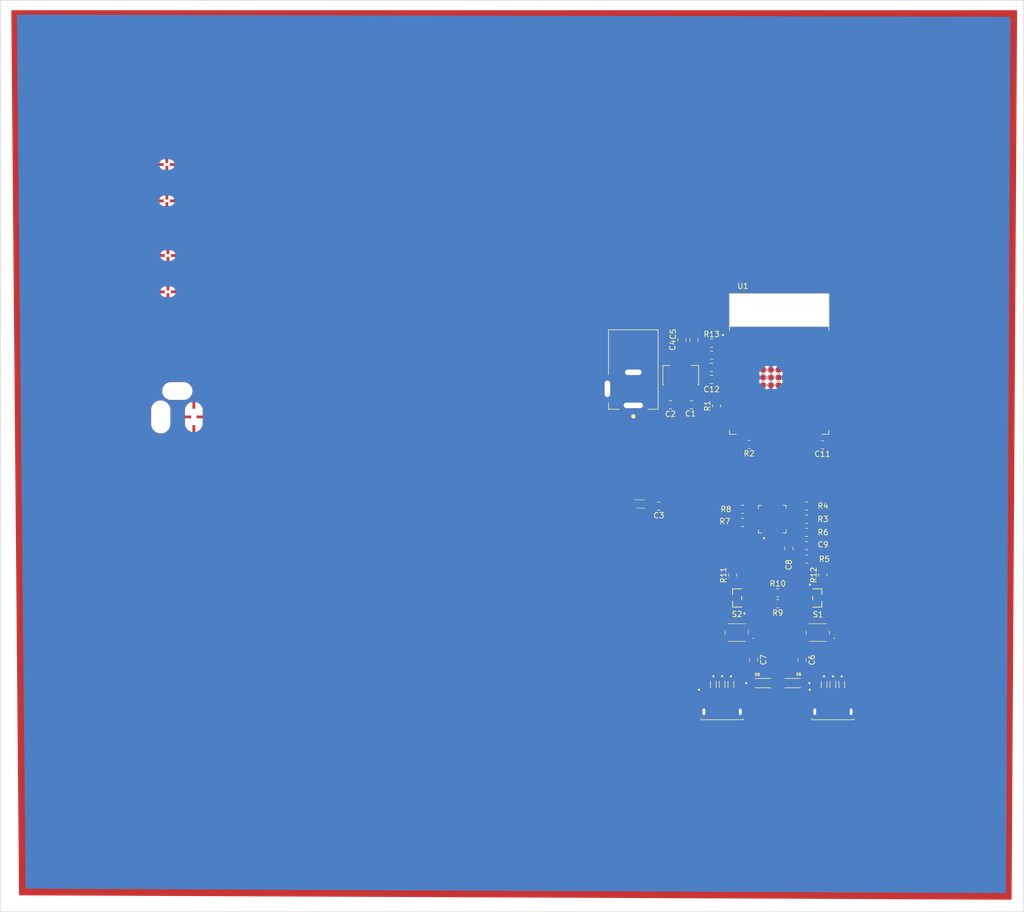
<source format=kicad_pcb>
(kicad_pcb (version 20221018) (generator pcbnew)
  (layers (0 "F.Cu" signal) (31 "B.Cu" signal) (34 "B.Paste" user) (35 "F.Paste" user) (36 "B.SilkS" user "B.Silkscreen") (37 "F.SilkS" user "F.Silkscreen") (38 "B.Mask" user) (39 "F.Mask" user) (44 "Edge.Cuts" user))
  (net 0 "")
  (net 1 "+12V")
  (net 2 "GND")
  (net 3 "+3.3V")
  (net 4 "Net-(C6-Pad1)")
  (net 5 "Net-(C7-Pad1)")
  (net 6 "Net-(U4-VBUS)")
  (net 7 "CHIP_PU")
  (net 8 "IO0")
  (net 9 "USB_DP")
  (net 10 "USB_DN")
  (net 11 "IO20")
  (net 12 "IO19")
  (net 13 "VBUS")
  (net 17 "Net-(U1-IO8)")
  (net 18 "Net-(U1-IO9)")
  (net 19 "Net-(U4-~{RST})")
  (net 20 "Net-(U4-~{SUSPEND})")
  (net 21 "Net-(U4-TXD)")
  (net 22 "U0RXD")
  (net 23 "Net-(U4-RXD)")
  (net 24 "U0TXD")
  (net 25 "DTR")
  (net 26 "Net-(U5-BASE)")
  (net 27 "RTS")
  (net 28 "Net-(U6-BASE)")
  (net 29 "Net-(U5-COLLECTOR)")
  (net 30 "Net-(U6-COLLECTOR)")
  (net 31 "ESP_3V3")
  (footprint "Resistor_SMD:R_0805_2012Metric_Pad1.20x1.40mm_HandSolder" (layer "F.Cu") (at 120.6 87.35 180)
    (fp_text reference "R7" (at 3.2 0.2) (layer "F.SilkS"))
    (fp_text value "0" hide)
    (fp_line (start -0.227064 -0.735) (end 0.227064 -0.735) (stroke (width 0.12)) (layer "F.SilkS"))
    (fp_line (start -0.227064 0.735) (end 0.227064 0.735) (stroke (width 0.12)) (layer "F.SilkS"))
    (pad "1" smd roundrect (at -1 0 180) (size 1.2 1.4) (layers "F.Cu" "F.Paste" "F.Mask") (roundrect_rratio 0.208333) (net 21 "Net-(U4-TXD)"))
    (pad "2" smd roundrect (at 1 0 180) (size 1.2 1.4) (layers "F.Cu" "F.Paste" "F.Mask") (roundrect_rratio 0.208333) (net 22 "U0RXD"))
  )
  (footprint "ECE445:SOT-23_ONS" (layer "F.Cu") (at 119.6348 101.0475 90)
    (fp_text reference "U5" hide)
    (fp_text value "L8050QLT1G" hide)
    (fp_line (start -1.651 -0.8255) (end -1.651 0.8255) (stroke (width 0.1524)) (layer "F.SilkS"))
    (fp_line (start -0.61214 -0.8255) (end -1.651 -0.8255) (stroke (width 0.1524)) (layer "F.SilkS"))
    (fp_line (start -0.34036 0.8255) (end 0.34036 0.8255) (stroke (width 0.1524)) (layer "F.SilkS"))
    (fp_line (start 1.651 -0.8255) (end 0.61214 -0.8255) (stroke (width 0.1524)) (layer "F.SilkS"))
    (fp_line (start 1.651 0.8255) (end 1.651 -0.8255) (stroke (width 0.1524)) (layer "F.SilkS"))
    (fp_circle (center -2.794 1.3208) (end -2.667 1.3208) (stroke (width 0.1524)) (fill none) (layer "F.SilkS"))
    (pad "1" smd rect (at -0.9525 0.9652 90) (size 0.5588 1.4224) (layers "F.Cu" "F.Paste" "F.Mask") (net 26 "Net-(U5-BASE)"))
    (pad "2" smd rect (at 0.9525 0.9652 90) (size 0.5588 1.4224) (layers "F.Cu" "F.Paste" "F.Mask") (net 27 "RTS"))
    (pad "3" smd rect (at 0 -0.9652 90) (size 0.5588 1.4224) (layers "F.Cu" "F.Paste" "F.Mask") (net 29 "Net-(U5-COLLECTOR)"))
  )
  (footprint "Capacitor_SMD:C_0805_2012Metric_Pad1.18x1.45mm_HandSolder" (layer "F.Cu") (at 129 92.0375 -90)
    (fp_text reference "C8" (at 3 0 90) (layer "F.SilkS"))
    (fp_text value "10uF" hide)
    (fp_line (start -0.261252 -0.735) (end 0.261252 -0.735) (stroke (width 0.12)) (layer "F.SilkS"))
    (fp_line (start -0.261252 0.735) (end 0.261252 0.735) (stroke (width 0.12)) (layer "F.SilkS"))
    (pad "1" smd roundrect (at -1.0375 0 270) (size 1.175 1.45) (layers "F.Cu" "F.Paste" "F.Mask") (roundrect_rratio 0.212766) (net 3 "+3.3V"))
    (pad "2" smd roundrect (at 1.0375 0 270) (size 1.175 1.45) (layers "F.Cu" "F.Paste" "F.Mask") (roundrect_rratio 0.212766) (net 2 "GND"))
  )
  (footprint "Resistor_SMD:R_0805_2012Metric_Pad1.20x1.40mm_HandSolder" (layer "F.Cu") (at 132.2 89.15 180)
    (fp_text reference "R6" (at -3 0) (layer "F.SilkS"))
    (fp_text value "47500" hide)
    (fp_line (start -0.227064 -0.735) (end 0.227064 -0.735) (stroke (width 0.12)) (layer "F.SilkS"))
    (fp_line (start -0.227064 0.735) (end 0.227064 0.735) (stroke (width 0.12)) (layer "F.SilkS"))
    (pad "1" smd roundrect (at -1 0 180) (size 1.2 1.4) (layers "F.Cu" "F.Paste" "F.Mask") (roundrect_rratio 0.208333) (net 2 "GND"))
    (pad "2" smd roundrect (at 1 0 180) (size 1.2 1.4) (layers "F.Cu" "F.Paste" "F.Mask") (roundrect_rratio 0.208333) (net 6 "Net-(U4-VBUS)"))
  )
  (footprint "ECE445:SOT-23_ONS" (layer "F.Cu") (at 134.1652 101.0475 -90)
    (fp_text reference "U6" hide)
    (fp_text value "L8050QLT1G" hide)
    (fp_line (start -1.651 -0.8255) (end -1.651 0.8255) (stroke (width 0.1524)) (layer "F.SilkS"))
    (fp_line (start -0.61214 -0.8255) (end -1.651 -0.8255) (stroke (width 0.1524)) (layer "F.SilkS"))
    (fp_line (start -0.34036 0.8255) (end 0.34036 0.8255) (stroke (width 0.1524)) (layer "F.SilkS"))
    (fp_line (start 1.651 -0.8255) (end 0.61214 -0.8255) (stroke (width 0.1524)) (layer "F.SilkS"))
    (fp_line (start 1.651 0.8255) (end 1.651 -0.8255) (stroke (width 0.1524)) (layer "F.SilkS"))
    (fp_circle (center -2.4 1.3208) (end -2.273 1.3208) (stroke (width 0.1524)) (fill none) (layer "F.SilkS"))
    (pad "1" smd rect (at -0.9525 0.9652 270) (size 0.5588 1.4224) (layers "F.Cu" "F.Paste" "F.Mask") (net 28 "Net-(U6-BASE)"))
    (pad "2" smd rect (at 0.9525 0.9652 270) (size 0.5588 1.4224) (layers "F.Cu" "F.Paste" "F.Mask") (net 25 "DTR"))
    (pad "3" smd rect (at 0 -0.9652 270) (size 0.5588 1.4224) (layers "F.Cu" "F.Paste" "F.Mask") (net 30 "Net-(U6-COLLECTOR)"))
  )
  (footprint "Resistor_SMD:R_0805_2012Metric_Pad1.20x1.40mm_HandSolder" (layer "F.Cu") (at 115 54.8 180)
    (fp_text reference "R13" (at 0 1.6) (layer "F.SilkS"))
    (fp_text value "0" hide)
    (fp_line (start -0.227064 -0.735) (end 0.227064 -0.735) (stroke (width 0.12)) (layer "F.SilkS"))
    (fp_line (start -0.227064 0.735) (end 0.227064 0.735) (stroke (width 0.12)) (layer "F.SilkS"))
    (pad "1" smd roundrect (at -1 0 180) (size 1.2 1.4) (layers "F.Cu" "F.Paste" "F.Mask") (roundrect_rratio 0.208333) (net 31 "ESP_3V3"))
    (pad "2" smd roundrect (at 1 0 180) (size 1.2 1.4) (layers "F.Cu" "F.Paste" "F.Mask") (roundrect_rratio 0.208333) (net 3 "+3.3V"))
  )
  (footprint "ECE445:PTS815 SJG 250 SMTR LFS" (layer "F.Cu") (at 134.25 107.325 180)
    (fp_text reference "S1" (at -0.05 3.275) (layer "F.SilkS"))
    (fp_text value "PTS815_SJG_250_SMTR_LFS" hide)
    (fp_line (start -2.1 -0.4) (end -2.1 0.4) (stroke (width 0.1)) (layer "F.SilkS"))
    (fp_line (start -1.6 -1.6) (end 1.6 -1.6) (stroke (width 0.1)) (layer "F.SilkS"))
    (fp_line (start 1.6 1.6) (end -1.6 1.6) (stroke (width 0.1)) (layer "F.SilkS"))
    (fp_line (start 2.1 -0.4) (end 2.1 0.4) (stroke (width 0.1)) (layer "F.SilkS"))
    (fp_arc (start -3 -1.1) (mid -2.95 -1.05) (end -3 -1) (stroke (width 0.1)) (layer "F.SilkS"))
    (fp_arc (start -3 -1) (mid -3.05 -1.05) (end -3 -1.1) (stroke (width 0.1)) (layer "F.SilkS"))
    (pad "1" smd rect (at -2.25 -1.075 180) (size 1 0.7) (layers "F.Cu" "F.Paste" "F.Mask") (net 2 "GND"))
    (pad "2" smd rect (at 2.25 -1.075 180) (size 1 0.7) (layers "F.Cu" "F.Paste" "F.Mask"))
    (pad "3" smd rect (at -2.25 1.075 180) (size 1 0.7) (layers "F.Cu" "F.Paste" "F.Mask"))
    (pad "4" smd rect (at 2.25 1.075 180) (size 1 0.7) (layers "F.Cu" "F.Paste" "F.Mask") (net 8 "IO0"))
  )
  (footprint "Capacitor_SMD:C_0805_2012Metric_Pad1.18x1.45mm_HandSolder" (layer "F.Cu") (at 111.375 66)
    (fp_text reference "C1" (at -0.2 1.6) (layer "F.SilkS"))
    (fp_text value "1uF" hide)
    (fp_line (start -0.261252 -0.735) (end 0.261252 -0.735) (stroke (width 0.12)) (layer "F.SilkS"))
    (fp_line (start -0.261252 0.735) (end 0.261252 0.735) (stroke (width 0.12)) (layer "F.SilkS"))
    (pad "1" smd roundrect (at -1.0375 0) (size 1.175 1.45) (layers "F.Cu" "F.Paste" "F.Mask") (roundrect_rratio 0.212766) (net 1 "+12V"))
    (pad "2" smd roundrect (at 1.0375 0) (size 1.175 1.45) (layers "F.Cu" "F.Paste" "F.Mask") (roundrect_rratio 0.212766) (net 2 "GND"))
  )
  (footprint "Resistor_SMD:R_0805_2012Metric_Pad1.20x1.40mm_HandSolder" (layer "F.Cu") (at 115.89 66.2 90)
    (fp_text reference "R1" (at 0 -1.65 90) (layer "F.SilkS"))
    (fp_text value "10000" hide)
    (fp_line (start -0.227064 -0.735) (end 0.227064 -0.735) (stroke (width 0.12)) (layer "F.SilkS"))
    (fp_line (start -0.227064 0.735) (end 0.227064 0.735) (stroke (width 0.12)) (layer "F.SilkS"))
    (pad "1" smd roundrect (at -1 0 90) (size 1.2 1.4) (layers "F.Cu" "F.Paste" "F.Mask") (roundrect_rratio 0.208333) (net 17 "Net-(U1-IO8)"))
    (pad "2" smd roundrect (at 1 0 90) (size 1.2 1.4) (layers "F.Cu" "F.Paste" "F.Mask") (roundrect_rratio 0.208333) (net 3 "+3.3V"))
  )
  (footprint "ECE445:LDL1117S33R-SnapEDA" (layer "F.Cu") (at 109.4 60.615 90)
    (fp_text reference "U2" hide)
    (fp_text value "LDL1117S33R-SnapEDA" hide)
    (fp_line (start -1.75 -3.25) (end -1.75 -3.085) (stroke (width 0.127)) (layer "F.SilkS"))
    (fp_line (start -1.75 3.25) (end -1.75 3.085) (stroke (width 0.127)) (layer "F.SilkS"))
    (fp_line (start -1.75 3.25) (end 1.75 3.25) (stroke (width 0.127)) (layer "F.SilkS"))
    (fp_line (start 1.75 -3.25) (end -1.75 -3.25) (stroke (width 0.127)) (layer "F.SilkS"))
    (fp_line (start 1.75 -1.935) (end 1.75 -3.25) (stroke (width 0.127)) (layer "F.SilkS"))
    (fp_line (start 1.75 3.25) (end 1.75 1.935) (stroke (width 0.127)) (layer "F.SilkS"))
    (pad "1" smd roundrect (at -3.015 -2.3 90) (size 1.98 0.93) (layers "F.Cu" "F.Paste" "F.Mask") (roundrect_rratio 0.12) (net 2 "GND"))
    (pad "2" smd roundrect (at -3.015 0 90) (size 1.98 0.93) (layers "F.Cu" "F.Paste" "F.Mask") (roundrect_rratio 0.12) (net 3 "+3.3V"))
    (pad "3" smd roundrect (at -3.015 2.3 90) (size 1.98 0.93) (layers "F.Cu" "F.Paste" "F.Mask") (roundrect_rratio 0.12) (net 1 "+12V"))
    (pad "4" smd roundrect (at 3.015 0 90) (size 1.98 3.23) (layers "F.Cu" "F.Paste" "F.Mask") (roundrect_rratio 0.4) (net 3 "+3.3V"))
  )
  (footprint "Capacitor_SMD:C_0805_2012Metric_Pad1.18x1.45mm_HandSolder" (layer "F.Cu") (at 114.9625 59.2 180)
    (fp_text reference "C10" hide)
    (fp_text value "1uF" hide)
    (fp_line (start -0.261252 -0.735) (end 0.261252 -0.735) (stroke (width 0.12)) (layer "F.SilkS"))
    (fp_line (start -0.261252 0.735) (end 0.261252 0.735) (stroke (width 0.12)) (layer "F.SilkS"))
    (pad "1" smd roundrect (at -1.0375 0 180) (size 1.175 1.45) (layers "F.Cu" "F.Paste" "F.Mask") (roundrect_rratio 0.212766) (net 7 "CHIP_PU"))
    (pad "2" smd roundrect (at 1.0375 0 180) (size 1.175 1.45) (layers "F.Cu" "F.Paste" "F.Mask") (roundrect_rratio 0.212766) (net 2 "GND"))
  )
  (footprint "Capacitor_SMD:C_0805_2012Metric_Pad1.18x1.45mm_HandSolder" (layer "F.Cu") (at 107.5375 66 180)
    (fp_text reference "C2" (at 0 -1.68) (layer "F.SilkS"))
    (fp_text value "4.7uF" hide)
    (fp_line (start -0.261252 -0.735) (end 0.261252 -0.735) (stroke (width 0.12)) (layer "F.SilkS"))
    (fp_line (start -0.261252 0.735) (end 0.261252 0.735) (stroke (width 0.12)) (layer "F.SilkS"))
    (pad "1" smd roundrect (at -1.0375 0 180) (size 1.175 1.45) (layers "F.Cu" "F.Paste" "F.Mask") (roundrect_rratio 0.212766) (net 3 "+3.3V"))
    (pad "2" smd roundrect (at 1.0375 0 180) (size 1.175 1.45) (layers "F.Cu" "F.Paste" "F.Mask") (roundrect_rratio 0.212766) (net 2 "GND"))
  )
  (footprint "ECE445:LESD5D5_0CT1G" (layer "F.Cu") (at 138.6 116.76 -90)
    (fp_text reference "D1" hide)
    (fp_text value "LESD5D5.0CT1G" hide)
    (fp_line (start -0.6 -0.52) (end 0.6 -0.52) (stroke (width 0.127)) (layer "F.SilkS"))
    (fp_line (start 0.6 0.52) (end -0.6 0.52) (stroke (width 0.127)) (layer "F.SilkS"))
    (fp_circle (center -1.5 0) (end -1.4 0) (stroke (width 0.2)) (fill none) (layer "F.SilkS"))
    (pad "1" smd rect (at -0.66 0 270) (size 0.48 0.4) (layers "F.Cu" "F.Paste" "F.Mask") (net 2 "GND"))
    (pad "2" smd rect (at 0.66 0 270) (size 0.48 0.4) (layers "F.Cu" "F.Paste" "F.Mask") (net 9 "USB_DP"))
  )
  (footprint "Resistor_SMD:R_0805_2012Metric_Pad1.20x1.40mm_HandSolder" (layer "F.Cu") (at 132.2 86.75 180)
    (fp_text reference "R3" (at -3 0) (layer "F.SilkS"))
    (fp_text value "1000" hide)
    (fp_line (start -0.227064 -0.735) (end 0.227064 -0.735) (stroke (width 0.12)) (layer "F.SilkS"))
    (fp_line (start -0.227064 0.735) (end 0.227064 0.735) (stroke (width 0.12)) (layer "F.SilkS"))
    (pad "1" smd roundrect (at -1 0 180) (size 1.2 1.4) (layers "F.Cu" "F.Paste" "F.Mask") (roundrect_rratio 0.208333) (net 3 "+3.3V"))
    (pad "2" smd roundrect (at 1 0 180) (size 1.2 1.4) (layers "F.Cu" "F.Paste" "F.Mask") (roundrect_rratio 0.208333) (net 19 "Net-(U4-~{RST})"))
  )
  (footprint "ECE445:PTS815 SJG 250 SMTR LFS" (layer "F.Cu") (at 119.55 107.325 180)
    (fp_text reference "S2" (at -0.05 3.325) (layer "F.SilkS"))
    (fp_text value "PTS815_SJG_250_SMTR_LFS" hide)
    (fp_line (start -2.1 -0.4) (end -2.1 0.4) (stroke (width 0.1)) (layer "F.SilkS"))
    (fp_line (start -1.6 -1.6) (end 1.6 -1.6) (stroke (width 0.1)) (layer "F.SilkS"))
    (fp_line (start 1.6 1.6) (end -1.6 1.6) (stroke (width 0.1)) (layer "F.SilkS"))
    (fp_line (start 2.1 -0.4) (end 2.1 0.4) (stroke (width 0.1)) (layer "F.SilkS"))
    (fp_arc (start -3 -1.1) (mid -2.95 -1.05) (end -3 -1) (stroke (width 0.1)) (layer "F.SilkS"))
    (fp_arc (start -3 -1) (mid -3.05 -1.05) (end -3 -1.1) (stroke (width 0.1)) (layer "F.SilkS"))
    (pad "1" smd rect (at -2.25 -1.075 180) (size 1 0.7) (layers "F.Cu" "F.Paste" "F.Mask") (net 2 "GND"))
    (pad "2" smd rect (at 2.25 -1.075 180) (size 1 0.7) (layers "F.Cu" "F.Paste" "F.Mask"))
    (pad "3" smd rect (at -2.25 1.075 180) (size 1 0.7) (layers "F.Cu" "F.Paste" "F.Mask"))
    (pad "4" smd rect (at 2.25 1.075 180) (size 1 0.7) (layers "F.Cu" "F.Paste" "F.Mask") (net 7 "CHIP_PU"))
  )
  (footprint "ECE445:ESP32-S3-WROOM-1-N8-SnapEDA" (layer "F.Cu") (at 127.25 58.59)
    (fp_text reference "U1" (at -6.575 -14.135) (layer "F.SilkS"))
    (fp_text value "ESP32-S3-WROOM-1-N8" hide)
    (fp_line (start -9 -12.75) (end 9 -12.75) (stroke (width 0.127)) (layer "F.SilkS"))
    (fp_line (start -9 -6.03) (end -9 -12.75) (stroke (width 0.127)) (layer "F.SilkS"))
    (fp_line (start -9 12.02) (end -9 12.75) (stroke (width 0.127)) (layer "F.SilkS"))
    (fp_line (start -9 12.75) (end -7.755 12.75) (stroke (width 0.127)) (layer "F.SilkS"))
    (fp_line (start 9 -12.75) (end 9 -6.03) (stroke (width 0.127)) (layer "F.SilkS"))
    (fp_line (start 9 12.02) (end 9 12.75) (stroke (width 0.127)) (layer "F.SilkS"))
    (fp_line (start 9 12.75) (end 7.755 12.75) (stroke (width 0.127)) (layer "F.SilkS"))
    (fp_circle (center -10.2 -5.26) (end -10.1 -5.26) (stroke (width 0.2)) (fill none) (layer "F.SilkS"))
    (pad "1" smd rect (at -8.75 -5.26) (size 1.5 0.9) (layers "F.Cu" "F.Paste" "F.Mask") (net 2 "GND"))
    (pad "2" smd rect (at -8.75 -3.99) (size 1.5 0.9) (layers "F.Cu" "F.Paste" "F.Mask") (net 31 "ESP_3V3"))
    (pad "3" smd rect (at -8.75 -2.72) (size 1.5 0.9) (layers "F.Cu" "F.Paste" "F.Mask") (net 7 "CHIP_PU"))
    (pad "4" smd rect (at -8.75 -1.45) (size 1.5 0.9) (layers "F.Cu" "F.Paste" "F.Mask"))
    (pad "5" smd rect (at -8.75 -0.18) (size 1.5 0.9) (layers "F.Cu" "F.Paste" "F.Mask"))
    (pad "6" smd rect (at -8.75 1.09) (size 1.5 0.9) (layers "F.Cu" "F.Paste" "F.Mask"))
    (pad "7" smd rect (at -8.75 2.36) (size 1.5 0.9) (layers "F.Cu" "F.Paste" "F.Mask"))
    (pad "8" smd rect (at -8.75 3.63) (size 1.5 0.9) (layers "F.Cu" "F.Paste" "F.Mask"))
    (pad "9" smd rect (at -8.75 4.9) (size 1.5 0.9) (layers "F.Cu" "F.Paste" "F.Mask"))
    (pad "10" smd rect (at -8.75 6.17) (size 1.5 0.9) (layers "F.Cu" "F.Paste" "F.Mask"))
    (pad "11" smd rect (at -8.75 7.44) (size 1.5 0.9) (layers "F.Cu" "F.Paste" "F.Mask"))
    (pad "12" smd rect (at -8.75 8.71) (size 1.5 0.9) (layers "F.Cu" "F.Paste" "F.Mask") (net 17 "Net-(U1-IO8)"))
    (pad "13" smd rect (at -8.75 9.98) (size 1.5 0.9) (layers "F.Cu" "F.Paste" "F.Mask") (net 12 "IO19"))
    (pad "14" smd rect (at -8.75 11.25) (size 1.5 0.9) (layers "F.Cu" "F.Paste" "F.Mask") (net 11 "IO20"))
    (pad "15" smd rect (at -6.985 12.5) (size 0.9 1.5) (layers "F.Cu" "F.Paste" "F.Mask"))
    (pad "16" smd rect (at -5.715 12.5) (size 0.9 1.5) (layers "F.Cu" "F.Paste" "F.Mask"))
    (pad "17" smd rect (at -4.445 12.5) (size 0.9 1.5) (layers "F.Cu" "F.Paste" "F.Mask") (net 18 "Net-(U1-IO9)"))
    (pad "18" smd rect (at -3.175 12.5) (size 0.9 1.5) (layers "F.Cu" "F.Paste" "F.Mask"))
    (pad "19" smd rect (at -1.905 12.5) (size 0.9 1.5) (layers "F.Cu" "F.Paste" "F.Mask"))
    (pad "20" smd rect (at -0.635 12.5) (size 0.9 1.5) (layers "F.Cu" "F.Paste" "F.Mask"))
    (pad "21" smd rect (at 0.635 12.5) (size 0.9 1.5) (layers "F.Cu" "F.Paste" "F.Mask"))
    (pad "22" smd rect (at 1.905 12.5) (size 0.9 1.5) (layers "F.Cu" "F.Paste" "F.Mask"))
    (pad "23" smd rect (at 3.175 12.5) (size 0.9 1.5) (layers "F.Cu" "F.Paste" "F.Mask"))
    (pad "24" smd rect (at 4.445 12.5) (size 0.9 1.5) (layers "F.Cu" "F.Paste" "F.Mask"))
    (pad "25" smd rect (at 5.715 12.5) (size 0.9 1.5) (layers "F.Cu" "F.Paste" "F.Mask"))
    (pad "26" smd rect (at 6.985 12.5) (size 0.9 1.5) (layers "F.Cu" "F.Paste" "F.Mask"))
    (pad "27" smd rect (at 8.75 11.25) (size 1.5 0.9) (layers "F.Cu" "F.Paste" "F.Mask") (net 8 "IO0"))
    (pad "28" smd rect (at 8.75 9.98) (size 1.5 0.9) (layers "F.Cu" "F.Paste" "F.Mask"))
    (pad "29" smd rect (at 8.75 8.71) (size 1.5 0.9) (layers "F.Cu" "F.Paste" "F.Mask"))
    (pad "30" smd rect (at 8.75 7.44) (size 1.5 0.9) (layers "F.Cu" "F.Paste" "F.Mask"))
    (pad "31" smd rect (at 8.75 6.17) (size 1.5 0.9) (layers "F.Cu" "F.Paste" "F.Mask"))
    (pad "32" smd rect (at 8.75 4.9) (size 1.5 0.9) (layers "F.Cu" "F.Paste" "F.Mask"))
    (pad "33" smd rect (at 8.75 3.63) (size 1.5 0.9) (layers "F.Cu" "F.Paste" "F.Mask"))
    (pad "34" smd rect (at 8.75 2.36) (size 1.5 0.9) (layers "F.Cu" "F.Paste" "F.Mask"))
    (pad "35" smd rect (at 8.75 1.09) (size 1.5 0.9) (layers "F.Cu" "F.Paste" "F.Mask"))
    (pad "36" smd rect (at 8.75 -0.18) (size 1.5 0.9) (layers "F.Cu" "F.Paste" "F.Mask") (net 22 "U0RXD"))
    (pad "37" smd rect (at 8.75 -1.45) (size 1.5 0.9) (layers "F.Cu" "F.Paste" "F.Mask") (net 24 "U0TXD"))
    (pad "38" smd rect (at 8.75 -2.72) (size 1.5 0.9) (layers "F.Cu" "F.Paste" "F.Mask"))
    (pad "39" smd rect (at 8.75 -3.99) (size 1.5 0.9) (layers "F.Cu" "F.Paste" "F.Mask"))
    (pad "40" smd rect (at 8.75 -5.26) (size 1.5 0.9) (layers "F.Cu" "F.Paste" "F.Mask") (net 2 "GND"))
    (pad "41_1" smd rect (at -1.5 2.46) (size 0.9 0.9) (layers "F.Cu" "F.Paste" "F.Mask") (net 2 "GND"))
    (pad "41_2" smd rect (at -2.9 2.46) (size 0.9 0.9) (layers "F.Cu" "F.Paste" "F.Mask") (net 2 "GND"))
    (pad "41_3" smd rect (at -0.1 2.46) (size 0.9 0.9) (layers "F.Cu" "F.Paste" "F.Mask") (net 2 "GND"))
    (pad "41_4" smd rect (at -2.9 3.86) (size 0.9 0.9) (layers "F.Cu" "F.Paste" "F.Mask") (net 2 "GND"))
    (pad "41_5" smd rect (at -1.5 3.86) (size 0.9 0.9) (layers "F.Cu" "F.Paste" "F.Mask") (net 2 "GND"))
    (pad "41_6" smd rect (at -0.1 3.86) (size 0.9 0.9) (layers "F.Cu" "F.Paste" "F.Mask") (net 2 "GND"))
    (pad "41_7" smd rect (at -2.9 1.06) (size 0.9 0.9) (layers "F.Cu" "F.Paste" "F.Mask") (net 2 "GND"))
    (pad "41_8" smd rect (at -1.5 1.06) (size 0.9 0.9) (layers "F.Cu" "F.Paste" "F.Mask") (net 2 "GND"))
    (pad "41_9" smd rect (at -0.1 1.06) (size 0.9 0.9) (layers "F.Cu" "F.Paste" "F.Mask") (net 2 "GND"))
    (pad "41_10" thru_hole circle (at -1.5 1.76) (size 0.4 0.4) (drill 0.2) (layers "*.Cu"))
    (pad "41_11" thru_hole circle (at -2.9 1.76) (size 0.4 0.4) (drill 0.2) (layers "*.Cu"))
    (pad "41_12" thru_hole circle (at -0.1 1.76) (size 0.4 0.4) (drill 0.2) (layers "*.Cu"))
    (pad "41_13" thru_hole circle (at -2.9 3.16) (size 0.4 0.4) (drill 0.2) (layers "*.Cu"))
    (pad "41_14" thru_hole circle (at -1.5 3.16) (size 0.4 0.4) (drill 0.2) (layers "*.Cu"))
    (pad "41_15" thru_hole circle (at -0.1 3.16) (size 0.4 0.4) (drill 0.2) (layers "*.Cu"))
    (pad "41_16" thru_hole circle (at -2.2 1.06) (size 0.4 0.4) (drill 0.2) (layers "*.Cu"))
    (pad "41_17" thru_hole circle (at -0.8 1.06) (size 0.4 0.4) (drill 0.2) (layers "*.Cu"))
    (pad "41_18" thru_hole circle (at -2.2 2.46) (size 0.4 0.4) (drill 0.2) (layers "*.Cu"))
    (pad "41_19" thru_hole circle (at -0.8 2.46) (size 0.4 0.4) (drill 0.2) (layers "*.Cu"))
    (pad "41_20" thru_hole circle (at -2.2 3.86) (size 0.4 0.4) (drill 0.2) (layers "*.Cu"))
    (pad "41_21" thru_hole circle (at -0.8 3.86) (size 0.4 0.4) (drill 0.2) (layers "*.Cu"))
    (zone (net 0) (net_name "") (layer "F.Cu") (connect_pads (clearance 0)) (min_thickness 0.01)
      (keepout (tracks not_allowed) (vias not_allowed) (pads not_allowed) (copperpour not_allowed) (footprints allowed))
      (fill (thermal_gap 0.508) (thermal_bridge_width 0.508))
      (polygon (pts (xy 118.25 45.84) (xy 136.25 45.84) (xy 136.25 51.84) (xy 118.25 51.84)))
    )
    (zone (net 0) (net_name "") (layer "B.Cu") (connect_pads (clearance 0)) (min_thickness 0.01)
      (keepout (tracks not_allowed) (vias not_allowed) (pads not_allowed) (copperpour not_allowed) (footprints allowed))
      (fill (thermal_gap 0.508) (thermal_bridge_width 0.508))
      (polygon (pts (xy 118.25 45.84) (xy 136.25 45.84) (xy 136.25 51.84) (xy 118.25 51.84)))
    )
  )
  (footprint "Resistor_SMD:R_0805_2012Metric_Pad1.20x1.40mm_HandSolder" (layer "F.Cu") (at 127 100.1)
    (fp_text reference "R10" (at 0 -1.65) (layer "F.SilkS"))
    (fp_text value "10000" hide)
    (fp_line (start -0.227064 -0.735) (end 0.227064 -0.735) (stroke (width 0.12)) (layer "F.SilkS"))
    (fp_line (start -0.227064 0.735) (end 0.227064 0.735) (stroke (width 0.12)) (layer "F.SilkS"))
    (pad "1" smd roundrect (at -1 0) (size 1.2 1.4) (layers "F.Cu" "F.Paste" "F.Mask") (roundrect_rratio 0.208333) (net 27 "RTS"))
    (pad "2" smd roundrect (at 1 0) (size 1.2 1.4) (layers "F.Cu" "F.Paste" "F.Mask") (roundrect_rratio 0.208333) (net 28 "Net-(U6-BASE)"))
  )
  (footprint "Capacitor_SMD:C_0805_2012Metric_Pad1.18x1.45mm_HandSolder" (layer "F.Cu") (at 109.6 54.2 90)
    (fp_text reference "C4" (at -1 -1.68 90) (layer "F.SilkS"))
    (fp_text value "10uF" hide)
    (fp_line (start -0.261252 -0.735) (end 0.261252 -0.735) (stroke (width 0.12)) (layer "F.SilkS"))
    (fp_line (start -0.261252 0.735) (end 0.261252 0.735) (stroke (width 0.12)) (layer "F.SilkS"))
    (pad "1" smd roundrect (at -1.0375 0 90) (size 1.175 1.45) (layers "F.Cu" "F.Paste" "F.Mask") (roundrect_rratio 0.212766) (net 3 "+3.3V"))
    (pad "2" smd roundrect (at 1.0375 0 90) (size 1.175 1.45) (layers "F.Cu" "F.Paste" "F.Mask") (roundrect_rratio 0.212766) (net 2 "GND"))
  )
  (footprint "ECE445:PJ-202AH" (layer "F.Cu") (at 100.8 59.6 90)
    (fp_text reference "J1" hide)
    (fp_text value "PJ-202AH" hide)
    (fp_line (start -7.2 -4.5) (end -6.05 -4.5) (stroke (width 0.127)) (layer "F.SilkS"))
    (fp_line (start -7.2 -2.55) (end -7.2 -4.5) (stroke (width 0.127)) (layer "F.SilkS"))
    (fp_line (start -7.2 4.5) (end -7.2 2.65) (stroke (width 0.127)) (layer "F.SilkS"))
    (fp_line (start -0.95 -4.5) (end 7.2 -4.5) (stroke (width 0.127)) (layer "F.SilkS"))
    (fp_line (start 7.2 -4.5) (end 7.2 4.5) (stroke (width 0.127)) (layer "F.SilkS"))
    (fp_line (start 7.2 4.5) (end -7.2 4.5) (stroke (width 0.127)) (layer "F.SilkS"))
    (fp_circle (center -8.5 0) (end -8.3 0) (stroke (width 0.4)) (fill none) (layer "F.SilkS"))
    (pad "1" thru_hole oval (at -6.5 0 90) (size 2.5 5) (drill oval 1 3.5) (layers "*.Cu" "*.Mask") (net 1 "+12V"))
    (pad "2" thru_hole oval (at -0.5 0 90) (size 2.25 4.5) (drill oval 1 3) (layers "*.Cu" "*.Mask") (net 2 "GND"))
    (pad "3" thru_hole oval (at -3.5 -4.7 90) (size 4.5 2.25) (drill oval 3 1) (layers "*.Cu" "*.Mask"))
  )
  (footprint "Resistor_SMD:R_0805_2012Metric_Pad1.20x1.40mm_HandSolder" (layer "F.Cu") (at 118.8 96.895 90)
    (fp_text reference "R11" (at 0 -1.65 90) (layer "F.SilkS"))
    (fp_text value "0" hide)
    (fp_line (start -0.227064 -0.735) (end 0.227064 -0.735) (stroke (width 0.12)) (layer "F.SilkS"))
    (fp_line (start -0.227064 0.735) (end 0.227064 0.735) (stroke (width 0.12)) (layer "F.SilkS"))
    (pad "1" smd roundrect (at -1 0 90) (size 1.2 1.4) (layers "F.Cu" "F.Paste" "F.Mask") (roundrect_rratio 0.208333) (net 29 "Net-(U5-COLLECTOR)"))
    (pad "2" smd roundrect (at 1 0 90) (size 1.2 1.4) (layers "F.Cu" "F.Paste" "F.Mask") (roundrect_rratio 0.208333) (net 7 "CHIP_PU"))
  )
  (footprint "ECE445:SHT45-AD1B-R3" (layer "F.Cu") (at 102.1 84)
    (fp_text reference "U3" hide)
    (fp_text value "SHT45-AD1B-R3" hide)
    (fp_line (start -0.7 -0.75) (end 0.7 -0.75) (stroke (width 0.1)) (layer "F.SilkS"))
    (fp_line (start -0.7 0.75) (end 0.7 0.75) (stroke (width 0.1)) (layer "F.SilkS"))
    (fp_circle (center -1 -0.8) (end -0.95 -0.8) (stroke (width 0.1)) (fill none) (layer "F.SilkS"))
    (pad "1" smd rect (at -0.7 -0.4) (size 0.5 0.3) (layers "F.Cu" "F.Paste" "F.Mask") (net 17 "Net-(U1-IO8)"))
    (pad "2" smd rect (at -0.7 0.4) (size 0.5 0.3) (layers "F.Cu" "F.Paste" "F.Mask") (net 18 "Net-(U1-IO9)"))
    (pad "3" smd rect (at 0.7 0.4) (size 0.5 0.3) (layers "F.Cu" "F.Paste" "F.Mask") (net 3 "+3.3V"))
    (pad "4" smd rect (at 0.7 -0.4) (size 0.5 0.3) (layers "F.Cu" "F.Paste" "F.Mask") (net 2 "GND"))
  )
  (footprint "Resistor_SMD:R_0805_2012Metric_Pad1.20x1.40mm_HandSolder" (layer "F.Cu") (at 121.8 73.2 180)
    (fp_text reference "R2" (at 0 -1.65) (layer "F.SilkS"))
    (fp_text value "10000" hide)
    (fp_line (start -0.227064 -0.735) (end 0.227064 -0.735) (stroke (width 0.12)) (layer "F.SilkS"))
    (fp_line (start -0.227064 0.735) (end 0.227064 0.735) (stroke (width 0.12)) (layer "F.SilkS"))
    (pad "1" smd roundrect (at -1 0 180) (size 1.2 1.4) (layers "F.Cu" "F.Paste" "F.Mask") (roundrect_rratio 0.208333) (net 18 "Net-(U1-IO9)"))
    (pad "2" smd roundrect (at 1 0 180) (size 1.2 1.4) (layers "F.Cu" "F.Paste" "F.Mask") (roundrect_rratio 0.208333) (net 3 "+3.3V"))
  )
  (footprint "ECE445:LESD5D5_0CT1G" (layer "F.Cu") (at 118.5 116.76 -90)
    (fp_text reference "D3" hide)
    (fp_text value "LESD5D5.0CT1G" hide)
    (fp_line (start -0.6 -0.52) (end 0.6 -0.52) (stroke (width 0.127)) (layer "F.SilkS"))
    (fp_line (start 0.6 0.52) (end -0.6 0.52) (stroke (width 0.127)) (layer "F.SilkS"))
    (fp_circle (center -1.5 0) (end -1.4 0) (stroke (width 0.2)) (fill none) (layer "F.SilkS"))
    (pad "1" smd rect (at -0.66 0 270) (size 0.48 0.4) (layers "F.Cu" "F.Paste" "F.Mask") (net 2 "GND"))
    (pad "2" smd rect (at 0.66 0 270) (size 0.48 0.4) (layers "F.Cu" "F.Paste" "F.Mask") (net 11 "IO20"))
  )
  (footprint "ECE445:10118193-0001LF" (layer "F.Cu") (at 137 121.7)
    (fp_text reference "J2" hide)
    (fp_text value "10118193-0001LF" hide)
    (fp_line (start -3.8 1.45) (end -3.8 1.22) (stroke (width 0.127)) (layer "F.SilkS"))
    (fp_line (start -3.8 1.45) (end 3.8 1.45) (stroke (width 0.127)) (layer "F.SilkS"))
    (fp_line (start 3.8 1.45) (end 3.8 1.22) (stroke (width 0.127)) (layer "F.SilkS"))
    (fp_circle (center -4.2 -4) (end -4.1 -4) (stroke (width 0.2)) (fill none) (layer "F.SilkS"))
    (pad "1" smd rect (at -1.3 -2.675) (size 0.4 1.35) (layers "F.Cu" "F.Paste" "F.Mask") (net 13 "VBUS"))
    (pad "2" smd rect (at -0.65 -2.675) (size 0.4 1.35) (layers "F.Cu" "F.Paste" "F.Mask") (net 10 "USB_DN"))
    (pad "3" smd rect (at 0 -2.675) (size 0.4 1.35) (layers "F.Cu" "F.Paste" "F.Mask") (net 9 "USB_DP"))
    (pad "4" smd rect (at 0.65 -2.675) (size 0.4 1.35) (layers "F.Cu" "F.Paste" "F.Mask"))
    (pad "5" smd rect (at 1.3 -2.675) (size 0.4 1.35) (layers "F.Cu" "F.Paste" "F.Mask") (net 2 "GND"))
    (pad "S1" smd rect (at -3.2 -2.45) (size 1.6 1.4) (layers "F.Cu" "F.Paste" "F.Mask") (net 2 "GND"))
    (pad "S2" smd rect (at 3.2 -2.45) (size 1.6 1.4) (layers "F.Cu" "F.Paste" "F.Mask") (net 2 "GND"))
    (pad "S3" smd rect (at 1.2 0) (size 1.9 1.9) (layers "F.Cu" "F.Paste" "F.Mask") (net 2 "GND"))
    (pad "S4" smd rect (at -1.2 0) (size 1.9 1.9) (layers "F.Cu" "F.Paste" "F.Mask") (net 2 "GND"))
    (pad "S5" thru_hole oval (at -3.3 0) (size 0.9 1.8) (drill oval 0.5 1.2) (layers "*.Cu" "*.Mask") (net 2 "GND"))
    (pad "S6" thru_hole oval (at 3.3 0) (size 0.9 1.8) (drill oval 0.5 1.2) (layers "*.Cu" "*.Mask") (net 2 "GND"))
  )
  (footprint "ECE445:LESD5D5_0CT1G" (layer "F.Cu") (at 116.9 116.74 -90)
    (fp_text reference "D4" hide)
    (fp_text value "LESD5D5.0CT1G" hide)
    (fp_line (start -0.6 -0.52) (end 0.6 -0.52) (stroke (width 0.127)) (layer "F.SilkS"))
    (fp_line (start 0.6 0.52) (end -0.6 0.52) (stroke (width 0.127)) (layer "F.SilkS"))
    (fp_circle (center -1.5 0) (end -1.4 0) (stroke (width 0.2)) (fill none) (layer "F.SilkS"))
    (pad "1" smd rect (at -0.66 0 270) (size 0.48 0.4) (layers "F.Cu" "F.Paste" "F.Mask") (net 2 "GND"))
    (pad "2" smd rect (at 0.66 0 270) (size 0.48 0.4) (layers "F.Cu" "F.Paste" "F.Mask") (net 12 "IO19"))
  )
  (footprint "Capacitor_SMD:C_0805_2012Metric_Pad1.18x1.45mm_HandSolder" (layer "F.Cu") (at 114.9625 61.4 180)
    (fp_text reference "C12" (at -0.0375 -1.8) (layer "F.SilkS"))
    (fp_text value "0.1uF" hide)
    (fp_line (start -0.261252 -0.735) (end 0.261252 -0.735) (stroke (width 0.12)) (layer "F.SilkS"))
    (fp_line (start -0.261252 0.735) (end 0.261252 0.735) (stroke (width 0.12)) (layer "F.SilkS"))
    (pad "1" smd roundrect (at -1.0375 0 180) (size 1.175 1.45) (layers "F.Cu" "F.Paste" "F.Mask") (roundrect_rratio 0.212766) (net 7 "CHIP_PU"))
    (pad "2" smd roundrect (at 1.0375 0 180) (size 1.175 1.45) (layers "F.Cu" "F.Paste" "F.Mask") (roundrect_rratio 0.212766) (net 2 "GND"))
  )
  (footprint "Capacitor_SMD:C_0805_2012Metric_Pad1.18x1.45mm_HandSolder" (layer "F.Cu") (at 105.4375 84.4 180)
    (fp_text reference "C3" (at 0 -1.68) (layer "F.SilkS"))
    (fp_text value "100nF" hide)
    (fp_line (start -0.261252 -0.735) (end 0.261252 -0.735) (stroke (width 0.12)) (layer "F.SilkS"))
    (fp_line (start -0.261252 0.735) (end 0.261252 0.735) (stroke (width 0.12)) (layer "F.SilkS"))
    (pad "1" smd roundrect (at -1.0375 0 180) (size 1.175 1.45) (layers "F.Cu" "F.Paste" "F.Mask") (roundrect_rratio 0.212766) (net 2 "GND"))
    (pad "2" smd roundrect (at 1.0375 0 180) (size 1.175 1.45) (layers "F.Cu" "F.Paste" "F.Mask") (roundrect_rratio 0.212766) (net 3 "+3.3V"))
  )
  (footprint "Resistor_SMD:R_0805_2012Metric_Pad1.20x1.40mm_HandSolder" (layer "F.Cu") (at 127 102.1 180)
    (fp_text reference "R9" (at 0 -1.65) (layer "F.SilkS"))
    (fp_text value "10000" hide)
    (fp_line (start -0.227064 -0.735) (end 0.227064 -0.735) (stroke (width 0.12)) (layer "F.SilkS"))
    (fp_line (start -0.227064 0.735) (end 0.227064 0.735) (stroke (width 0.12)) (layer "F.SilkS"))
    (pad "1" smd roundrect (at -1 0 180) (size 1.2 1.4) (layers "F.Cu" "F.Paste" "F.Mask") (roundrect_rratio 0.208333) (net 25 "DTR"))
    (pad "2" smd roundrect (at 1 0 180) (size 1.2 1.4) (layers "F.Cu" "F.Paste" "F.Mask") (roundrect_rratio 0.208333) (net 26 "Net-(U5-BASE)"))
  )
  (footprint "Capacitor_SMD:C_0805_2012Metric_Pad1.18x1.45mm_HandSolder" (layer "F.Cu") (at 111.8 54.2 90)
    (fp_text reference "C5" (at 1 -3.8 90) (layer "F.SilkS"))
    (fp_text value "0.1uF" hide)
    (fp_line (start -0.261252 -0.735) (end 0.261252 -0.735) (stroke (width 0.12)) (layer "F.SilkS"))
    (fp_line (start -0.261252 0.735) (end 0.261252 0.735) (stroke (width 0.12)) (layer "F.SilkS"))
    (pad "1" smd roundrect (at -1.0375 0 90) (size 1.175 1.45) (layers "F.Cu" "F.Paste" "F.Mask") (roundrect_rratio 0.212766) (net 3 "+3.3V"))
    (pad "2" smd roundrect (at 1.0375 0 90) (size 1.175 1.45) (layers "F.Cu" "F.Paste" "F.Mask") (roundrect_rratio 0.212766) (net 2 "GND"))
  )
  (footprint "Resistor_SMD:R_0805_2012Metric_Pad1.20x1.40mm_HandSolder" (layer "F.Cu") (at 132.25 94 180)
    (fp_text reference "R5" (at -3.2 0) (layer "F.SilkS"))
    (fp_text value "22100" hide)
    (fp_line (start -0.227064 -0.735) (end 0.227064 -0.735) (stroke (width 0.12)) (layer "F.SilkS"))
    (fp_line (start -0.227064 0.735) (end 0.227064 0.735) (stroke (width 0.12)) (layer "F.SilkS"))
    (pad "1" smd roundrect (at -1 0 180) (size 1.2 1.4) (layers "F.Cu" "F.Paste" "F.Mask") (roundrect_rratio 0.208333) (net 13 "VBUS"))
    (pad "2" smd roundrect (at 1 0 180) (size 1.2 1.4) (layers "F.Cu" "F.Paste" "F.Mask") (roundrect_rratio 0.208333) (net 6 "Net-(U4-VBUS)"))
  )
  (footprint "ECE445:CP2102N-A02-GQFN28" (layer "F.Cu") (at 126 86.75 90)
    (fp_text reference "U4" hide)
    (fp_text value "CP2102N-A02-GQFN28" hide)
    (fp_line (start -2.5 -2.5) (end -1.955 -2.5) (stroke (width 0.127)) (layer "F.SilkS"))
    (fp_line (start -2.5 -1.955) (end -2.5 -2.5) (stroke (width 0.127)) (layer "F.SilkS"))
    (fp_line (start -2.5 2.5) (end -2.5 1.955) (stroke (width 0.127)) (layer "F.SilkS"))
    (fp_line (start -1.955 2.5) (end -2.5 2.5) (stroke (width 0.127)) (layer "F.SilkS"))
    (fp_line (start 1.955 -2.5) (end 2.5 -2.5) (stroke (width 0.127)) (layer "F.SilkS"))
    (fp_line (start 2.5 -2.5) (end 2.5 -1.955) (stroke (width 0.127)) (layer "F.SilkS"))
    (fp_line (start 2.5 2.5) (end 1.955 2.5) (stroke (width 0.127)) (layer "F.SilkS"))
    (fp_line (start 2.5 2.5) (end 2.5 1.955) (stroke (width 0.127)) (layer "F.SilkS"))
    (fp_circle (center -3.455 -1.5) (end -3.355 -1.5) (stroke (width 0.2)) (fill none) (layer "F.SilkS"))
    (pad "1" smd rect (at -2.36 -1.5 90) (size 0.99 0.27) (layers "F.Cu" "F.Paste" "F.Mask"))
    (pad "2" smd rect (at -2.36 -1 90) (size 0.99 0.27) (layers "F.Cu" "F.Paste" "F.Mask"))
    (pad "3" smd rect (at -2.36 -0.5 90) (size 0.99 0.27) (layers "F.Cu" "F.Paste" "F.Mask") (net 2 "GND"))
    (pad "4" smd rect (at -2.36 0 90) (size 0.99 0.27) (layers "F.Cu" "F.Paste" "F.Mask") (net 9 "USB_DP"))
    (pad "5" smd rect (at -2.36 0.5 90) (size 0.99 0.27) (layers "F.Cu" "F.Paste" "F.Mask") (net 10 "USB_DN"))
    (pad "6" smd rect (at -2.36 1 90) (size 0.99 0.27) (layers "F.Cu" "F.Paste" "F.Mask") (net 3 "+3.3V"))
    (pad "7" smd rect (at -2.36 1.5 90) (size 0.99 0.27) (layers "F.Cu" "F.Paste" "F.Mask") (net 3 "+3.3V"))
    (pad "8" smd rect (at -1.5 2.36 90) (size 0.27 0.99) (layers "F.Cu" "F.Paste" "F.Mask") (net 6 "Net-(U4-VBUS)"))
    (pad "9" smd rect (at -1 2.36 90) (size 0.27 0.99) (layers "F.Cu" "F.Paste" "F.Mask") (net 19 "Net-(U4-~{RST})"))
    (pad "10" smd rect (at -0.5 2.36 90) (size 0.27 0.99) (layers "F.Cu" "F.Paste" "F.Mask"))
    (pad "11" smd rect (at 0 2.36 90) (size 0.27 0.99) (layers "F.Cu" "F.Paste" "F.Mask") (net 20 "Net-(U4-~{SUSPEND})"))
    (pad "12" smd rect (at 0.5 2.36 90) (size 0.27 0.99) (layers "F.Cu" "F.Paste" "F.Mask"))
    (pad "13" smd rect (at 1 2.36 90) (size 0.27 0.99) (layers "F.Cu" "F.Paste" "F.Mask"))
    (pad "14" smd rect (at 1.5 2.36 90) (size 0.27 0.99) (layers "F.Cu" "F.Paste" "F.Mask"))
    (pad "15" smd rect (at 2.36 1.5 90) (size 0.99 0.27) (layers "F.Cu" "F.Paste" "F.Mask"))
    (pad "16" smd rect (at 2.36 1 90) (size 0.99 0.27) (layers "F.Cu" "F.Paste" "F.Mask"))
    (pad "17" smd rect (at 2.36 0.5 90) (size 0.99 0.27) (layers "F.Cu" "F.Paste" "F.Mask"))
    (pad "18" smd rect (at 2.36 0 90) (size 0.99 0.27) (layers "F.Cu" "F.Paste" "F.Mask"))
    (pad "19" smd rect (at 2.36 -0.5 90) (size 0.99 0.27) (layers "F.Cu" "F.Paste" "F.Mask"))
    (pad "20" smd rect (at 2.36 -1 90) (size 0.99 0.27) (layers "F.Cu" "F.Paste" "F.Mask"))
    (pad "21" smd rect (at 2.36 -1.5 90) (size 0.99 0.27) (layers "F.Cu" "F.Paste" "F.Mask"))
    (pad "22" smd rect (at 1.5 -2.36 90) (size 0.27 0.99) (layers "F.Cu" "F.Paste" "F.Mask"))
    (pad "23" smd rect (at 1 -2.36 90) (size 0.27 0.99) (layers "F.Cu" "F.Paste" "F.Mask"))
    (pad "24" smd rect (at 0.5 -2.36 90) (size 0.27 0.99) (layers "F.Cu" "F.Paste" "F.Mask") (net 27 "RTS"))
    (pad "25" smd rect (at 0 -2.36 90) (size 0.27 0.99) (layers "F.Cu" "F.Paste" "F.Mask") (net 23 "Net-(U4-RXD)"))
    (pad "26" smd rect (at -0.5 -2.36 90) (size 0.27 0.99) (layers "F.Cu" "F.Paste" "F.Mask") (net 21 "Net-(U4-TXD)"))
    (pad "27" smd rect (at -1 -2.36 90) (size 0.27 0.99) (layers "F.Cu" "F.Paste" "F.Mask"))
    (pad "28" smd rect (at -1.5 -2.36 90) (size 0.27 0.99) (layers "F.Cu" "F.Paste" "F.Mask") (net 25 "DTR"))
    (pad "29" smd rect (at 0 0 90) (size 3.25 3.25) (layers "F.Cu" "F.Mask") (net 2 "GND"))
  )
  (footprint "ECE445:10118193-0001LF" (layer "F.Cu") (at 116.9 121.7)
    (fp_text reference "J3" hide)
    (fp_text value "10118193-0001LF" hide)
    (fp_line (start -3.8 1.45) (end -3.8 1.22) (stroke (width 0.127)) (layer "F.SilkS"))
    (fp_line (start -3.8 1.45) (end 3.8 1.45) (stroke (width 0.127)) (layer "F.SilkS"))
    (fp_line (start 3.8 1.45) (end 3.8 1.22) (stroke (width 0.127)) (layer "F.SilkS"))
    (fp_circle (center -4.2 -4) (end -4.1 -4) (stroke (width 0.2)) (fill none) (layer "F.SilkS"))
    (pad "1" smd rect (at -1.3 -2.675) (size 0.4 1.35) (layers "F.Cu" "F.Paste" "F.Mask") (net 13 "VBUS"))
    (pad "2" smd rect (at -0.65 -2.675) (size 0.4 1.35) (layers "F.Cu" "F.Paste" "F.Mask") (net 12 "IO19"))
    (pad "3" smd rect (at 0 -2.675) (size 0.4 1.35) (layers "F.Cu" "F.Paste" "F.Mask") (net 11 "IO20"))
    (pad "4" smd rect (at 0.65 -2.675) (size 0.4 1.35) (layers "F.Cu" "F.Paste" "F.Mask"))
    (pad "5" smd rect (at 1.3 -2.675) (size 0.4 1.35) (layers "F.Cu" "F.Paste" "F.Mask") (net 2 "GND"))
    (pad "S1" smd rect (at -3.2 -2.45) (size 1.6 1.4) (layers "F.Cu" "F.Paste" "F.Mask") (net 2 "GND"))
    (pad "S2" smd rect (at 3.2 -2.45) (size 1.6 1.4) (layers "F.Cu" "F.Paste" "F.Mask") (net 2 "GND"))
    (pad "S3" smd rect (at 1.2 0) (size 1.9 1.9) (layers "F.Cu" "F.Paste" "F.Mask") (net 2 "GND"))
    (pad "S4" smd rect (at -1.2 0) (size 1.9 1.9) (layers "F.Cu" "F.Paste" "F.Mask") (net 2 "GND"))
    (pad "S5" thru_hole oval (at -3.3 0) (size 0.9 1.8) (drill oval 0.5 1.2) (layers "*.Cu" "*.Mask") (net 2 "GND"))
    (pad "S6" thru_hole oval (at 3.3 0) (size 0.9 1.8) (drill oval 0.5 1.2) (layers "*.Cu" "*.Mask") (net 2 "GND"))
  )
  (footprint "ECE445:LESD5D5_0CT1G" (layer "F.Cu") (at 135.4 116.76 -90)
    (fp_text reference "D7" hide)
    (fp_text value "LESD5D5.0CT1G" hide)
    (fp_line (start -0.6 -0.52) (end 0.6 -0.52) (stroke (width 0.127)) (layer "F.SilkS"))
    (fp_line (start 0.6 0.52) (end -0.6 0.52) (stroke (width 0.127)) (layer "F.SilkS"))
    (fp_circle (center -1.5 0) (end -1.4 0) (stroke (width 0.2)) (fill none) (layer "F.SilkS"))
    (pad "1" smd rect (at -0.66 0 270) (size 0.48 0.4) (layers "F.Cu" "F.Paste" "F.Mask") (net 2 "GND"))
    (pad "2" smd rect (at 0.66 0 270) (size 0.48 0.4) (layers "F.Cu" "F.Paste" "F.Mask") (net 13 "VBUS"))
  )
  (footprint "ECE445:LESD5D5_0CT1G" (layer "F.Cu") (at 137 116.76 -90)
    (fp_text reference "D2" hide)
    (fp_text value "LESD5D5.0CT1G" hide)
    (fp_line (start -0.6 -0.52) (end 0.6 -0.52) (stroke (width 0.127)) (layer "F.SilkS"))
    (fp_line (start 0.6 0.52) (end -0.6 0.52) (stroke (width 0.127)) (layer "F.SilkS"))
    (fp_circle (center -1.5 0) (end -1.4 0) (stroke (width 0.2)) (fill none) (layer "F.SilkS"))
    (pad "1" smd rect (at -0.66 0 270) (size 0.48 0.4) (layers "F.Cu" "F.Paste" "F.Mask") (net 2 "GND"))
    (pad "2" smd rect (at 0.66 0 270) (size 0.48 0.4) (layers "F.Cu" "F.Paste" "F.Mask") (net 10 "USB_DN"))
  )
  (footprint "Resistor_SMD:R_0805_2012Metric_Pad1.20x1.40mm_HandSolder" (layer "F.Cu") (at 135.1652 96.876 90)
    (fp_text reference "R12" (at 0 -1.65 90) (layer "F.SilkS"))
    (fp_text value "0" hide)
    (fp_line (start -0.227064 -0.735) (end 0.227064 -0.735) (stroke (width 0.12)) (layer "F.SilkS"))
    (fp_line (start -0.227064 0.735) (end 0.227064 0.735) (stroke (width 0.12)) (layer "F.SilkS"))
    (pad "1" smd roundrect (at -1 0 90) (size 1.2 1.4) (layers "F.Cu" "F.Paste" "F.Mask") (roundrect_rratio 0.208333) (net 30 "Net-(U6-COLLECTOR)"))
    (pad "2" smd roundrect (at 1 0 90) (size 1.2 1.4) (layers "F.Cu" "F.Paste" "F.Mask") (roundrect_rratio 0.208333) (net 8 "IO0"))
  )
  (footprint "ECE445:1N5819HW-7-F" (layer "F.Cu") (at 129.72 116.5 180)
    (fp_text reference "D6" (at -1.08 1.6) (layer "F.SilkS") (effects (font (size 0.4808 0.4808) (thickness 0.1202))))
    (fp_text value "1N5819HW-7-F" hide)
    (fp_line (start -1.425 -0.85) (end 1.425 -0.85) (stroke (width 0.127)) (layer "F.SilkS"))
    (fp_line (start 1.425 0.85) (end -1.425 0.85) (stroke (width 0.127)) (layer "F.SilkS"))
    (fp_circle (center -3 0) (end -2.9 0) (stroke (width 0.2)) (fill none) (layer "F.SilkS"))
    (pad "A" smd rect (at 1.68 0 180) (size 1.21 0.73) (layers "F.Cu" "F.Paste" "F.Mask") (net 13 "VBUS"))
    (pad "C" smd rect (at -1.68 0 180) (size 1.21 0.73) (layers "F.Cu" "F.Paste" "F.Mask") (net 4 "Net-(C6-Pad1)"))
  )
  (footprint "Capacitor_SMD:C_0805_2012Metric_Pad1.18x1.45mm_HandSolder" (layer "F.Cu") (at 132.2 91.55)
    (fp_text reference "C9" (at 3 -0.2) (layer "F.SilkS"))
    (fp_text value "1uF" hide)
    (fp_line (start -0.261252 -0.735) (end 0.261252 -0.735) (stroke (width 0.12)) (layer "F.SilkS"))
    (fp_line (start -0.261252 0.735) (end 0.261252 0.735) (stroke (width 0.12)) (layer "F.SilkS"))
    (pad "1" smd roundrect (at -1.0375 0) (size 1.175 1.45) (layers "F.Cu" "F.Paste" "F.Mask") (roundrect_rratio 0.212766) (net 6 "Net-(U4-VBUS)"))
    (pad "2" smd roundrect (at 1.0375 0) (size 1.175 1.45) (layers "F.Cu" "F.Paste" "F.Mask") (roundrect_rratio 0.212766) (net 2 "GND"))
  )
  (footprint "Resistor_SMD:R_0805_2012Metric_Pad1.20x1.40mm_HandSolder" (layer "F.Cu") (at 120.6 84.95 180)
    (fp_text reference "R8" (at 3 0) (layer "F.SilkS"))
    (fp_text value "0" hide)
    (fp_line (start -0.227064 -0.735) (end 0.227064 -0.735) (stroke (width 0.12)) (layer "F.SilkS"))
    (fp_line (start -0.227064 0.735) (end 0.227064 0.735) (stroke (width 0.12)) (layer "F.SilkS"))
    (pad "1" smd roundrect (at -1 0 180) (size 1.2 1.4) (layers "F.Cu" "F.Paste" "F.Mask") (roundrect_rratio 0.208333) (net 23 "Net-(U4-RXD)"))
    (pad "2" smd roundrect (at 1 0 180) (size 1.2 1.4) (layers "F.Cu" "F.Paste" "F.Mask") (roundrect_rratio 0.208333) (net 24 "U0TXD"))
  )
  (footprint "ECE445:LESD5D5_0CT1G" (layer "F.Cu") (at 115.3 116.74 -90)
    (fp_text reference "D8" hide)
    (fp_text value "LESD5D5.0CT1G" hide)
    (fp_line (start -0.6 -0.52) (end 0.6 -0.52) (stroke (width 0.127)) (layer "F.SilkS"))
    (fp_line (start 0.6 0.52) (end -0.6 0.52) (stroke (width 0.127)) (layer "F.SilkS"))
    (fp_circle (center -1.5 0) (end -1.4 0) (stroke (width 0.2)) (fill none) (layer "F.SilkS"))
    (pad "1" smd rect (at -0.66 0 270) (size 0.48 0.4) (layers "F.Cu" "F.Paste" "F.Mask") (net 2 "GND"))
    (pad "2" smd rect (at 0.66 0 270) (size 0.48 0.4) (layers "F.Cu" "F.Paste" "F.Mask") (net 13 "VBUS"))
  )
  (footprint "Capacitor_SMD:C_0805_2012Metric_Pad1.18x1.45mm_HandSolder" (layer "F.Cu") (at 122.6 112.2625 90)
    (fp_text reference "C7" (at 0 1.8 90) (layer "F.SilkS"))
    (fp_text value "10uF" hide)
    (fp_line (start -0.261252 -0.735) (end 0.261252 -0.735) (stroke (width 0.12)) (layer "F.SilkS"))
    (fp_line (start -0.261252 0.735) (end 0.261252 0.735) (stroke (width 0.12)) (layer "F.SilkS"))
    (pad "1" smd roundrect (at -1.0375 0 90) (size 1.175 1.45) (layers "F.Cu" "F.Paste" "F.Mask") (roundrect_rratio 0.212766) (net 5 "Net-(C7-Pad1)"))
    (pad "2" smd roundrect (at 1.0375 0 90) (size 1.175 1.45) (layers "F.Cu" "F.Paste" "F.Mask") (roundrect_rratio 0.212766) (net 2 "GND"))
  )
  (footprint "ECE445:1N5819HW-7-F" (layer "F.Cu") (at 124.28 116.5)
    (fp_text reference "D5" (at -0.97763 -1.557398) (layer "F.SilkS") (effects (font (size 0.4808 0.4808) (thickness 0.1202))))
    (fp_text value "1N5819HW-7-F" hide)
    (fp_line (start -1.425 -0.85) (end 1.425 -0.85) (stroke (width 0.127)) (layer "F.SilkS"))
    (fp_line (start 1.425 0.85) (end -1.425 0.85) (stroke (width 0.127)) (layer "F.SilkS"))
    (fp_circle (center -3 0) (end -2.9 0) (stroke (width 0.2)) (fill none) (layer "F.SilkS"))
    (pad "A" smd rect (at 1.68 0) (size 1.21 0.73) (layers "F.Cu" "F.Paste" "F.Mask") (net 13 "VBUS"))
    (pad "C" smd rect (at -1.68 0) (size 1.21 0.73) (layers "F.Cu" "F.Paste" "F.Mask") (net 5 "Net-(C7-Pad1)"))
  )
  (footprint "Capacitor_SMD:C_0805_2012Metric_Pad1.18x1.45mm_HandSolder" (layer "F.Cu") (at 135.1125 73.25 180)
    (fp_text reference "C11" (at 0 -1.68) (layer "F.SilkS"))
    (fp_text value "0.1uF" hide)
    (fp_line (start -0.261252 -0.735) (end 0.261252 -0.735) (stroke (width 0.12)) (layer "F.SilkS"))
    (fp_line (start -0.261252 0.735) (end 0.261252 0.735) (stroke (width 0.12)) (layer "F.SilkS"))
    (pad "1" smd roundrect (at -1.0375 0 180) (size 1.175 1.45) (layers "F.Cu" "F.Paste" "F.Mask") (roundrect_rratio 0.212766) (net 8 "IO0"))
    (pad "2" smd roundrect (at 1.0375 0 180) (size 1.175 1.45) (layers "F.Cu" "F.Paste" "F.Mask") (roundrect_rratio 0.212766) (net 2 "GND"))
  )
  (footprint "Resistor_SMD:R_0805_2012Metric_Pad1.20x1.40mm_HandSolder" (layer "F.Cu") (at 132.2 84.35 180)
    (fp_text reference "R4" (at -3 0) (layer "F.SilkS"))
    (fp_text value "10000" hide)
    (fp_line (start -0.227064 -0.735) (end 0.227064 -0.735) (stroke (width 0.12)) (layer "F.SilkS"))
    (fp_line (start -0.227064 0.735) (end 0.227064 0.735) (stroke (width 0.12)) (layer "F.SilkS"))
    (pad "1" smd roundrect (at -1 0 180) (size 1.2 1.4) (layers "F.Cu" "F.Paste" "F.Mask") (roundrect_rratio 0.208333) (net 2 "GND"))
    (pad "2" smd roundrect (at 1 0 180) (size 1.2 1.4) (layers "F.Cu" "F.Paste" "F.Mask") (roundrect_rratio 0.208333) (net 20 "Net-(U4-~{SUSPEND})"))
  )
  (footprint "Resistor_SMD:R_0805_2012Metric_Pad1.20x1.40mm_HandSolder" (layer "F.Cu") (at 115 57)
    (fp_text reference "R14" hide)
    (fp_text value "10000" hide)
    (fp_line (start -0.227064 -0.735) (end 0.227064 -0.735) (stroke (width 0.12)) (layer "F.SilkS"))
    (fp_line (start -0.227064 0.735) (end 0.227064 0.735) (stroke (width 0.12)) (layer "F.SilkS"))
    (pad "1" smd roundrect (at -1 0) (size 1.2 1.4) (layers "F.Cu" "F.Paste" "F.Mask") (roundrect_rratio 0.208333) (net 31 "ESP_3V3"))
    (pad "2" smd roundrect (at 1 0) (size 1.2 1.4) (layers "F.Cu" "F.Paste" "F.Mask") (roundrect_rratio 0.208333) (net 7 "CHIP_PU"))
  )
  (footprint "Capacitor_SMD:C_0805_2012Metric_Pad1.18x1.45mm_HandSolder" (layer "F.Cu") (at 131.4 112.3 90)
    (fp_text reference "C6" (at 0 1.8 90) (layer "F.SilkS"))
    (fp_text value "10uF" hide)
    (fp_line (start -0.261252 -0.735) (end 0.261252 -0.735) (stroke (width 0.12)) (layer "F.SilkS"))
    (fp_line (start -0.261252 0.735) (end 0.261252 0.735) (stroke (width 0.12)) (layer "F.SilkS"))
    (pad "1" smd roundrect (at -1.0375 0 90) (size 1.175 1.45) (layers "F.Cu" "F.Paste" "F.Mask") (roundrect_rratio 0.212766) (net 4 "Net-(C6-Pad1)"))
    (pad "2" smd roundrect (at 1.0375 0 90) (size 1.175 1.45) (layers "F.Cu" "F.Paste" "F.Mask") (roundrect_rratio 0.212766) (net 2 "GND"))
  )
  (gr_rect (start -14 -7.4) (end 171.6 158) (stroke (width 0.1)) (fill none) (layer "Edge.Cuts"))
  (zone (net 2) (net_name "GND") (layer "F.Cu") (connect_pads (clearance 0.5)) (min_thickness 0.25) (fill yes (thermal_gap 0.5) (thermal_bridge_width 0.5))
    (polygon (pts (xy -12 -5.6) (xy 170.4 -5.6) (xy 169.4 155.8) (xy -10.6 155)))
  )
  (zone (net 3) (net_name "+3.3V") (layer "B.Cu") (priority 1) (connect_pads (clearance 0.5)) (min_thickness 0.25) (fill yes (thermal_gap 0.5) (thermal_bridge_width 0.5))
    (polygon (pts (xy -11 -4.8) (xy 169.2 -4.4) (xy 168.4 154.6) (xy -9.4 153.8)))
  )
)
</source>
